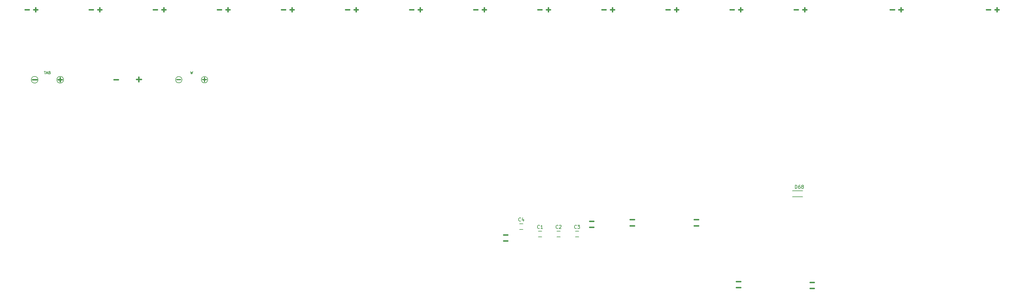
<source format=gbr>
G04 #@! TF.FileFunction,Legend,Top*
%FSLAX46Y46*%
G04 Gerber Fmt 4.6, Leading zero omitted, Abs format (unit mm)*
G04 Created by KiCad (PCBNEW (2016-11-25 revision 30df041)-makepkg) date 12/11/16 19:09:30*
%MOMM*%
%LPD*%
G01*
G04 APERTURE LIST*
%ADD10C,0.100000*%
%ADD11C,0.400000*%
%ADD12C,0.150000*%
%ADD13C,0.300000*%
%ADD14C,0.200000*%
G04 APERTURE END LIST*
D10*
D11*
X9900000Y-33650000D02*
X11100000Y-33650000D01*
X17500000Y-33650000D02*
X18700000Y-33650000D01*
X18100000Y-34250000D02*
X18100000Y-33050000D01*
D12*
X11500000Y-33650000D02*
G75*
G03X11500000Y-33650000I-1000000J0D01*
G01*
X19100000Y-33650000D02*
G75*
G03X19100000Y-33650000I-1000000J0D01*
G01*
D13*
X52800000Y-33650000D02*
X53900000Y-33650000D01*
D12*
X54300000Y-33650000D02*
G75*
G03X54300000Y-33650000I-942917J0D01*
G01*
X61943398Y-33650000D02*
G75*
G03X61943398Y-33650000I-943398J0D01*
G01*
D13*
X60400000Y-33650000D02*
X61600000Y-33650000D01*
X61000000Y-34250000D02*
X61000000Y-33050000D01*
D11*
X35375000Y-33650000D02*
X34075000Y-33650000D01*
X42175000Y-33550000D02*
X40775000Y-33550000D01*
X41475000Y-32850000D02*
X41475000Y-34250000D01*
D12*
X161250000Y-78750000D02*
X160250000Y-78750000D01*
X160250000Y-80450000D02*
X161250000Y-80450000D01*
X166750000Y-78750000D02*
X165750000Y-78750000D01*
X165750000Y-80450000D02*
X166750000Y-80450000D01*
X172250000Y-78750000D02*
X171250000Y-78750000D01*
X171250000Y-80450000D02*
X172250000Y-80450000D01*
X155650000Y-76550000D02*
X154650000Y-76550000D01*
X154650000Y-78250000D02*
X155650000Y-78250000D01*
D11*
X175475000Y-77600000D02*
X176675000Y-77600000D01*
X175475000Y-75800000D02*
X176675000Y-75800000D01*
X7655000Y-12825000D02*
X8855000Y-12825000D01*
X10195000Y-12825000D02*
X11395000Y-12825000D01*
X10795000Y-12190000D02*
X10795000Y-13390000D01*
X26705000Y-12825000D02*
X27905000Y-12825000D01*
X29245000Y-12825000D02*
X30445000Y-12825000D01*
X29845000Y-12190000D02*
X29845000Y-13390000D01*
X48895000Y-12190000D02*
X48895000Y-13390000D01*
X48295000Y-12825000D02*
X49495000Y-12825000D01*
X45755000Y-12825000D02*
X46955000Y-12825000D01*
X64805000Y-12825000D02*
X66005000Y-12825000D01*
X67345000Y-12825000D02*
X68545000Y-12825000D01*
X67945000Y-12190000D02*
X67945000Y-13390000D01*
X86995000Y-12190000D02*
X86995000Y-13390000D01*
X86395000Y-12825000D02*
X87595000Y-12825000D01*
X83855000Y-12825000D02*
X85055000Y-12825000D01*
X102905000Y-12825000D02*
X104105000Y-12825000D01*
X105445000Y-12825000D02*
X106645000Y-12825000D01*
X106045000Y-12190000D02*
X106045000Y-13390000D01*
X125095000Y-12190000D02*
X125095000Y-13390000D01*
X124495000Y-12825000D02*
X125695000Y-12825000D01*
X121955000Y-12825000D02*
X123155000Y-12825000D01*
X141005000Y-12825000D02*
X142205000Y-12825000D01*
X143545000Y-12825000D02*
X144745000Y-12825000D01*
X144145000Y-12190000D02*
X144145000Y-13390000D01*
X163195000Y-12190000D02*
X163195000Y-13390000D01*
X162595000Y-12825000D02*
X163795000Y-12825000D01*
X160055000Y-12825000D02*
X161255000Y-12825000D01*
X182245000Y-12190000D02*
X182245000Y-13390000D01*
X181645000Y-12825000D02*
X182845000Y-12825000D01*
X179105000Y-12825000D02*
X180305000Y-12825000D01*
X201295000Y-12190000D02*
X201295000Y-13390000D01*
X200695000Y-12825000D02*
X201895000Y-12825000D01*
X198155000Y-12825000D02*
X199355000Y-12825000D01*
X217205000Y-12825000D02*
X218405000Y-12825000D01*
X219745000Y-12825000D02*
X220945000Y-12825000D01*
X220345000Y-12190000D02*
X220345000Y-13390000D01*
X239395000Y-12190000D02*
X239395000Y-13390000D01*
X238795000Y-12825000D02*
X239995000Y-12825000D01*
X236255000Y-12825000D02*
X237455000Y-12825000D01*
X267970000Y-12190000D02*
X267970000Y-13390000D01*
X267370000Y-12825000D02*
X268570000Y-12825000D01*
X264830000Y-12825000D02*
X266030000Y-12825000D01*
X293405000Y-12825000D02*
X294605000Y-12825000D01*
X295945000Y-12825000D02*
X297145000Y-12825000D01*
X296545000Y-12190000D02*
X296545000Y-13390000D01*
X149900000Y-79850000D02*
X151100000Y-79850000D01*
X149900000Y-81650000D02*
X151100000Y-81650000D01*
X219100000Y-95550000D02*
X220300000Y-95550000D01*
X219100000Y-93750000D02*
X220300000Y-93750000D01*
X241000000Y-93950000D02*
X242200000Y-93950000D01*
X241000000Y-95750000D02*
X242200000Y-95750000D01*
D12*
X235789193Y-66682068D02*
X238789193Y-66682068D01*
X235789193Y-68482068D02*
X238789193Y-68482068D01*
D11*
X187518750Y-75300000D02*
X188718750Y-75300000D01*
X187518750Y-77100000D02*
X188718750Y-77100000D01*
X206568750Y-77100000D02*
X207768750Y-77100000D01*
X206568750Y-75300000D02*
X207768750Y-75300000D01*
D14*
X56807142Y-31136904D02*
X56997619Y-31936904D01*
X57150000Y-31365476D01*
X57302380Y-31936904D01*
X57492857Y-31136904D01*
X13316071Y-31136904D02*
X13773214Y-31136904D01*
X13544642Y-31936904D02*
X13544642Y-31136904D01*
X14001785Y-31708333D02*
X14382738Y-31708333D01*
X13925595Y-31936904D02*
X14192261Y-31136904D01*
X14458928Y-31936904D01*
X14992261Y-31517857D02*
X15106547Y-31555952D01*
X15144642Y-31594047D01*
X15182738Y-31670238D01*
X15182738Y-31784523D01*
X15144642Y-31860714D01*
X15106547Y-31898809D01*
X15030357Y-31936904D01*
X14725595Y-31936904D01*
X14725595Y-31136904D01*
X14992261Y-31136904D01*
X15068452Y-31175000D01*
X15106547Y-31213095D01*
X15144642Y-31289285D01*
X15144642Y-31365476D01*
X15106547Y-31441666D01*
X15068452Y-31479761D01*
X14992261Y-31517857D01*
X14725595Y-31517857D01*
D12*
X160583333Y-77857142D02*
X160535714Y-77904761D01*
X160392857Y-77952380D01*
X160297619Y-77952380D01*
X160154761Y-77904761D01*
X160059523Y-77809523D01*
X160011904Y-77714285D01*
X159964285Y-77523809D01*
X159964285Y-77380952D01*
X160011904Y-77190476D01*
X160059523Y-77095238D01*
X160154761Y-77000000D01*
X160297619Y-76952380D01*
X160392857Y-76952380D01*
X160535714Y-77000000D01*
X160583333Y-77047619D01*
X161535714Y-77952380D02*
X160964285Y-77952380D01*
X161250000Y-77952380D02*
X161250000Y-76952380D01*
X161154761Y-77095238D01*
X161059523Y-77190476D01*
X160964285Y-77238095D01*
X166083333Y-77857142D02*
X166035714Y-77904761D01*
X165892857Y-77952380D01*
X165797619Y-77952380D01*
X165654761Y-77904761D01*
X165559523Y-77809523D01*
X165511904Y-77714285D01*
X165464285Y-77523809D01*
X165464285Y-77380952D01*
X165511904Y-77190476D01*
X165559523Y-77095238D01*
X165654761Y-77000000D01*
X165797619Y-76952380D01*
X165892857Y-76952380D01*
X166035714Y-77000000D01*
X166083333Y-77047619D01*
X166464285Y-77047619D02*
X166511904Y-77000000D01*
X166607142Y-76952380D01*
X166845238Y-76952380D01*
X166940476Y-77000000D01*
X166988095Y-77047619D01*
X167035714Y-77142857D01*
X167035714Y-77238095D01*
X166988095Y-77380952D01*
X166416666Y-77952380D01*
X167035714Y-77952380D01*
X171583333Y-77857142D02*
X171535714Y-77904761D01*
X171392857Y-77952380D01*
X171297619Y-77952380D01*
X171154761Y-77904761D01*
X171059523Y-77809523D01*
X171011904Y-77714285D01*
X170964285Y-77523809D01*
X170964285Y-77380952D01*
X171011904Y-77190476D01*
X171059523Y-77095238D01*
X171154761Y-77000000D01*
X171297619Y-76952380D01*
X171392857Y-76952380D01*
X171535714Y-77000000D01*
X171583333Y-77047619D01*
X171916666Y-76952380D02*
X172535714Y-76952380D01*
X172202380Y-77333333D01*
X172345238Y-77333333D01*
X172440476Y-77380952D01*
X172488095Y-77428571D01*
X172535714Y-77523809D01*
X172535714Y-77761904D01*
X172488095Y-77857142D01*
X172440476Y-77904761D01*
X172345238Y-77952380D01*
X172059523Y-77952380D01*
X171964285Y-77904761D01*
X171916666Y-77857142D01*
X154983333Y-75657142D02*
X154935714Y-75704761D01*
X154792857Y-75752380D01*
X154697619Y-75752380D01*
X154554761Y-75704761D01*
X154459523Y-75609523D01*
X154411904Y-75514285D01*
X154364285Y-75323809D01*
X154364285Y-75180952D01*
X154411904Y-74990476D01*
X154459523Y-74895238D01*
X154554761Y-74800000D01*
X154697619Y-74752380D01*
X154792857Y-74752380D01*
X154935714Y-74800000D01*
X154983333Y-74847619D01*
X155840476Y-75085714D02*
X155840476Y-75752380D01*
X155602380Y-74704761D02*
X155364285Y-75419047D01*
X155983333Y-75419047D01*
X236574907Y-66034448D02*
X236574907Y-65034448D01*
X236813002Y-65034448D01*
X236955859Y-65082068D01*
X237051097Y-65177306D01*
X237098716Y-65272544D01*
X237146335Y-65463020D01*
X237146335Y-65605877D01*
X237098716Y-65796353D01*
X237051097Y-65891591D01*
X236955859Y-65986829D01*
X236813002Y-66034448D01*
X236574907Y-66034448D01*
X238003478Y-65034448D02*
X237813002Y-65034448D01*
X237717764Y-65082068D01*
X237670145Y-65129687D01*
X237574907Y-65272544D01*
X237527288Y-65463020D01*
X237527288Y-65843972D01*
X237574907Y-65939210D01*
X237622526Y-65986829D01*
X237717764Y-66034448D01*
X237908240Y-66034448D01*
X238003478Y-65986829D01*
X238051097Y-65939210D01*
X238098716Y-65843972D01*
X238098716Y-65605877D01*
X238051097Y-65510639D01*
X238003478Y-65463020D01*
X237908240Y-65415401D01*
X237717764Y-65415401D01*
X237622526Y-65463020D01*
X237574907Y-65510639D01*
X237527288Y-65605877D01*
X238670145Y-65463020D02*
X238574907Y-65415401D01*
X238527288Y-65367782D01*
X238479669Y-65272544D01*
X238479669Y-65224925D01*
X238527288Y-65129687D01*
X238574907Y-65082068D01*
X238670145Y-65034448D01*
X238860621Y-65034448D01*
X238955859Y-65082068D01*
X239003478Y-65129687D01*
X239051097Y-65224925D01*
X239051097Y-65272544D01*
X239003478Y-65367782D01*
X238955859Y-65415401D01*
X238860621Y-65463020D01*
X238670145Y-65463020D01*
X238574907Y-65510639D01*
X238527288Y-65558258D01*
X238479669Y-65653496D01*
X238479669Y-65843972D01*
X238527288Y-65939210D01*
X238574907Y-65986829D01*
X238670145Y-66034448D01*
X238860621Y-66034448D01*
X238955859Y-65986829D01*
X239003478Y-65939210D01*
X239051097Y-65843972D01*
X239051097Y-65653496D01*
X239003478Y-65558258D01*
X238955859Y-65510639D01*
X238860621Y-65463020D01*
M02*

</source>
